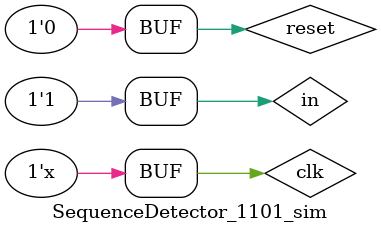
<source format=v>
module SequenceDetector_1101_sim;
    reg clk;
    reg reset;
    wire check;
    reg in;
    
    //时钟设计
    initial
        begin
            clk = 1'b0;
        end
     always begin
        #10; clk = ~clk;
     end
     //reset信号
     initial begin
        reset = 1'b0;
        #5;
        reset = 1'b1;
        #10;
        reset <= 1'b0;
     end
     //in信号
     initial begin
        in = 1'b0;
        #20;
        in = 1'b1;
        #40;
        in = 1'b0;
        #20;
        in = 1'b1;
        #40;
        in = 1'b0;
        #20;
        in = 1'b1;
        
     end
     
     SequenceDetector_1101 u1(
        .clk(clk),
        .in(in),
        .rst_n(reset),
        .out(check)
     );
endmodule

</source>
